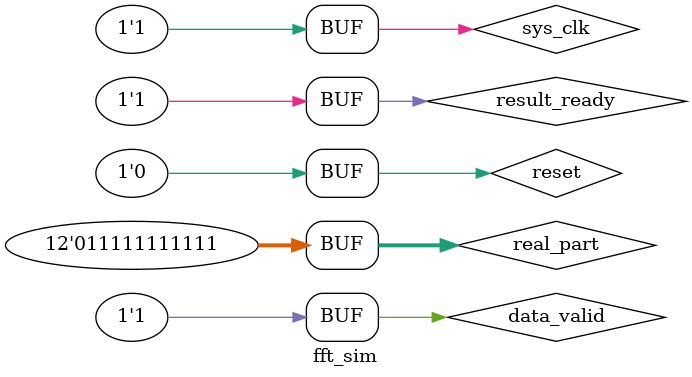
<source format=v>
`timescale 1ns / 1ps


module fft_sim(

    );
    
    reg sys_clk;
    reg reset;
    reg [11:0] real_part;
    
    wire [63:0]result;
    reg result_ready;
    wire result_valid;
    reg data_last;
    wire data_ready;
    reg data_valid;
    wire m_fft_last;
    wire m_fft_valid;
    wire config_tready;
    wire event_overflow;
    wire m_axis_status_valid;
    wire [7:0] m_axis_status_data;
    reg [9:0] counter;
    wire      event_data_in_channel_halt;
    wire event_data_out_channel_halt;
    wire event_frame_started;
    wire event_status_channel_halt;
    wire event_tlast_missing;
    wire event_tlast_unexpected;
    design_1_wrapper dut(
        .M_AXIS_RESULT_tdata(result),
        .M_AXIS_RESULT_tlast(m_fft_last),
        .M_AXIS_RESULT_tready(result_ready),
        .M_AXIS_RESULT_tvalid(result_valid),
        .s_axis_data(real_part),
        .s_axis_last(data_last),
        .s_axis_ready(data_ready),
        .s_axis_tvalid(data_valid),
        .aclk(sys_clk),
        .aresetn(reset),
        .event_data_in_channel_halt(event_data_in_channel_halt),
        .event_data_out_channel_halt(event_data_out_channel_halt),
        .event_frame_started(event_frame_started),
        .event_status_channel_halt(event_status_channel_halt),
        .event_tlast_missing(event_tlast_missing),
        .event_tlast_unexpected(event_tlast_unexpected)
    );
      
    always
    begin
    sys_clk = 1'b0;
    #5 sys_clk =  1'b1;
    #5;
    end
    
    always @(posedge sys_clk or negedge reset)
        if(reset == 0) begin
            counter <= 0;
        end
        else begin
            if(data_valid && data_ready) begin
                counter <= counter + 1;
            end
            if(counter == 1022) begin
                data_last <= 1;
            end
            else begin
                data_last <= 0;
            end
        end
    begin
    
    end
    
    
    initial
    begin
        // send the data over - a dirac
        real_part = 12'b0111_1111_1111;
        
        data_valid = 1'b1;
        data_last = 1'b0;
        reset = 1'b0;
        counter = 3'b000;
        result_ready = 1'b1;
        
        #40 // 4 cycles
        reset = 1;
        #45000 // Wait for the FFT to process.
        #10240 // 1024 samples later
        reset = 1'b0;
        #30 // 3 cycles
        reset = 1'b1;
        #30 // 3 cycles
        reset = 1'b0;
        #30 // 3 cycles
        reset = 1'b1;
        #45000 // Wait for the FFT to process.
        #10240 // 1024 samples later
        // reads the value over 2 cycles
        
//        // start the next signal in - repeats every signal
//        real_part = 12'b000000000001;
//        #10
//        real_part = 12'b000000000010;
//        #10
//        real_part = 12'b000000000101;
//        #10
//        real_part = 12'b000000000010;
//        #10
//        real_part = 12'b000000000001;
//        #10
//        real_part = 12'b000000000010;
//        #10
//        real_part = 12'b000000000101;
//        #10
//        real_part = 12'b000000000010;
//        data_last = 1'b1;

        #10000
        reset = 1'b0;
        
    end
    /*
    always @ (posedge sys_clk, posedge data_ready)
    begin
        if (reset == 1'b0 && data_ready != 1'b1)  begin
            reset <= 1'b1;
            data_valid <= 1'b1;
        end
        if (data_ready == 1'b1 && counter == 3'b000) begin
             //data_in[63:0] <= 16'h000000003f800000;
             data_valid <= 1'b1;
             counter <= counter + 1;
        end
        if (data_ready == 1'b1 && counter != 3'b111 && counter != 3'b000) begin
            //data_in[63:0] <= 16'h0000000000000000;
            data_valid <= 1'b1;
            counter <= counter + 1;
        end
        if (data_ready == 1'b1 && counter == 3'b111 && data_last == 1'b0)  begin
            //data_in[63:0] <= 16'h0000000000000000;
            data_valid <= 1'b1;
            data_last <= 1'b1;
        end
    end*/ 
endmodule

</source>
